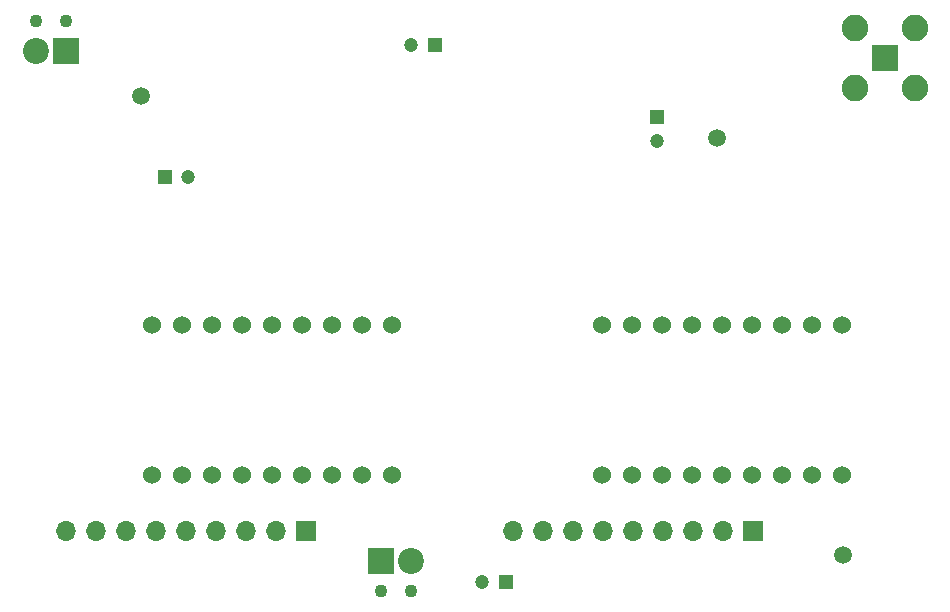
<source format=gbr>
%TF.GenerationSoftware,KiCad,Pcbnew,8.0.1*%
%TF.CreationDate,2024-04-12T18:49:37-04:00*%
%TF.ProjectId,adc_fpga,6164635f-6670-4676-912e-6b696361645f,rev?*%
%TF.SameCoordinates,Original*%
%TF.FileFunction,Soldermask,Bot*%
%TF.FilePolarity,Negative*%
%FSLAX46Y46*%
G04 Gerber Fmt 4.6, Leading zero omitted, Abs format (unit mm)*
G04 Created by KiCad (PCBNEW 8.0.1) date 2024-04-12 18:49:37*
%MOMM*%
%LPD*%
G01*
G04 APERTURE LIST*
%ADD10C,1.500000*%
%ADD11C,1.524000*%
%ADD12R,1.200000X1.200000*%
%ADD13C,1.200000*%
%ADD14R,1.700000X1.700000*%
%ADD15O,1.700000X1.700000*%
%ADD16R,2.250000X2.250000*%
%ADD17C,2.250000*%
%ADD18C,1.100000*%
%ADD19R,2.200000X2.200000*%
%ADD20C,2.200000*%
G04 APERTURE END LIST*
D10*
%TO.C,TP2*%
X137668000Y-92710000D03*
%TD*%
%TO.C,TP4*%
X88900000Y-89154000D03*
%TD*%
%TO.C,TP1*%
X148336000Y-128016000D03*
%TD*%
D11*
%TO.C,U2*%
X148245000Y-108530000D03*
X145705000Y-108530000D03*
X143165000Y-108530000D03*
X140625000Y-108530000D03*
X138085000Y-108530000D03*
X135545000Y-108530000D03*
X133005000Y-108530000D03*
X130465000Y-108530000D03*
X127925000Y-108530000D03*
X110145000Y-108530000D03*
X107605000Y-108530000D03*
X105065000Y-108530000D03*
X102525000Y-108530000D03*
X99985000Y-108530000D03*
X97445000Y-108530000D03*
X94905000Y-108530000D03*
X92365000Y-108530000D03*
X89825000Y-108530000D03*
X89825000Y-121230000D03*
X92365000Y-121230000D03*
X94905000Y-121230000D03*
X97445000Y-121230000D03*
X99985000Y-121230000D03*
X102525000Y-121230000D03*
X105065000Y-121230000D03*
X107605000Y-121230000D03*
X110145000Y-121230000D03*
X127925000Y-121230000D03*
X130465000Y-121230000D03*
X133005000Y-121230000D03*
X135545000Y-121230000D03*
X138085000Y-121230000D03*
X140625000Y-121230000D03*
X143165000Y-121230000D03*
X145705000Y-121230000D03*
X148245000Y-121230000D03*
%TD*%
D12*
%TO.C,C8*%
X132588000Y-90975401D03*
D13*
X132588000Y-92975401D03*
%TD*%
D12*
%TO.C,C4*%
X113792000Y-84836000D03*
D13*
X111792000Y-84836000D03*
%TD*%
D14*
%TO.C,J5*%
X102870000Y-125984000D03*
D15*
X100330000Y-125984000D03*
X97790000Y-125984000D03*
X95250000Y-125984000D03*
X92710000Y-125984000D03*
X90170000Y-125984000D03*
X87630000Y-125984000D03*
X85090000Y-125984000D03*
X82550000Y-125984000D03*
%TD*%
D14*
%TO.C,J3*%
X140716000Y-125984000D03*
D15*
X138176000Y-125984000D03*
X135636000Y-125984000D03*
X133096000Y-125984000D03*
X130556000Y-125984000D03*
X128016000Y-125984000D03*
X125476000Y-125984000D03*
X122936000Y-125984000D03*
X120396000Y-125984000D03*
%TD*%
D16*
%TO.C,J1*%
X151892000Y-85959500D03*
D17*
X154432000Y-83419500D03*
X149352000Y-83419500D03*
X154432000Y-88499500D03*
X149352000Y-88499500D03*
%TD*%
D12*
%TO.C,C19*%
X119844600Y-130302000D03*
D13*
X117844600Y-130302000D03*
%TD*%
D18*
%TO.C,J2*%
X109220000Y-131064000D03*
X111760000Y-131064000D03*
D19*
X109220000Y-128524000D03*
D20*
X111760000Y-128524000D03*
%TD*%
D12*
%TO.C,C15*%
X90932000Y-96012000D03*
D13*
X92932000Y-96012000D03*
%TD*%
D18*
%TO.C,J4*%
X82550000Y-82804000D03*
X80010000Y-82804000D03*
D19*
X82550000Y-85344000D03*
D20*
X80010000Y-85344000D03*
%TD*%
M02*

</source>
